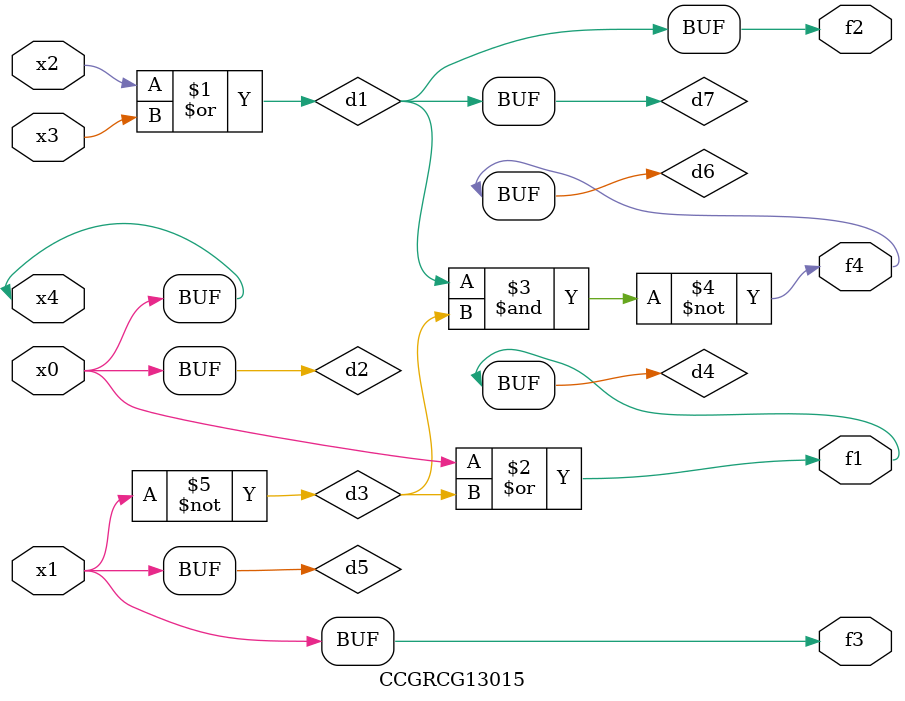
<source format=v>
module CCGRCG13015(
	input x0, x1, x2, x3, x4,
	output f1, f2, f3, f4
);

	wire d1, d2, d3, d4, d5, d6, d7;

	or (d1, x2, x3);
	buf (d2, x0, x4);
	not (d3, x1);
	or (d4, d2, d3);
	not (d5, d3);
	nand (d6, d1, d3);
	or (d7, d1);
	assign f1 = d4;
	assign f2 = d7;
	assign f3 = d5;
	assign f4 = d6;
endmodule

</source>
